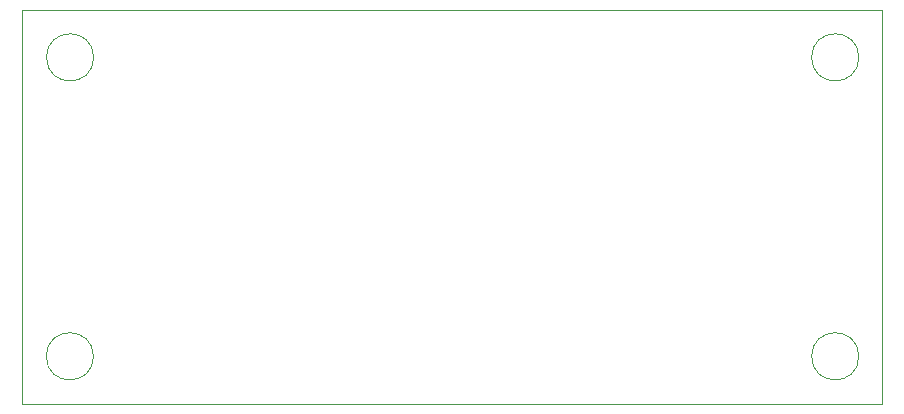
<source format=gbr>
%TF.GenerationSoftware,KiCad,Pcbnew,8.0.8*%
%TF.CreationDate,2025-04-04T11:38:52+02:00*%
%TF.ProjectId,Mise a niveau signal,4d697365-2061-4206-9e69-766561752073,rev?*%
%TF.SameCoordinates,Original*%
%TF.FileFunction,Profile,NP*%
%FSLAX46Y46*%
G04 Gerber Fmt 4.6, Leading zero omitted, Abs format (unit mm)*
G04 Created by KiCad (PCBNEW 8.0.8) date 2025-04-04 11:38:52*
%MOMM*%
%LPD*%
G01*
G04 APERTURE LIST*
%TA.AperFunction,Profile*%
%ADD10C,0.050000*%
%TD*%
G04 APERTURE END LIST*
D10*
X134620000Y-47974000D02*
G75*
G02*
X130620000Y-47974000I-2000000J0D01*
G01*
X130620000Y-47974000D02*
G75*
G02*
X134620000Y-47974000I2000000J0D01*
G01*
X134620000Y-73285600D02*
G75*
G02*
X130620000Y-73285600I-2000000J0D01*
G01*
X130620000Y-73285600D02*
G75*
G02*
X134620000Y-73285600I2000000J0D01*
G01*
X69818000Y-73285600D02*
G75*
G02*
X65818000Y-73285600I-2000000J0D01*
G01*
X65818000Y-73285600D02*
G75*
G02*
X69818000Y-73285600I2000000J0D01*
G01*
X69836800Y-47974000D02*
G75*
G02*
X65836800Y-47974000I-2000000J0D01*
G01*
X65836800Y-47974000D02*
G75*
G02*
X69836800Y-47974000I2000000J0D01*
G01*
X63754000Y-43942000D02*
X136592000Y-43942000D01*
X136592000Y-77308000D01*
X63754000Y-77308000D01*
X63754000Y-43942000D01*
M02*

</source>
